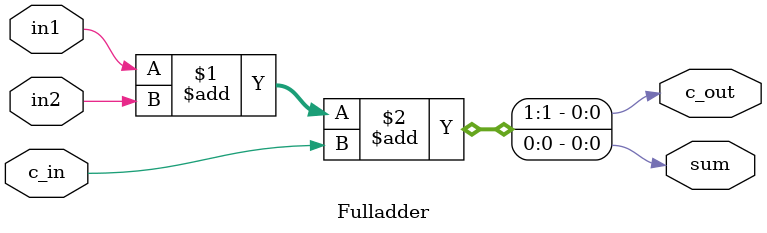
<source format=v>
/*
Module name   : full adder
Author	      : Abdelrahman Hamza

Functionality : A simple full adder which addes 2 bit
*/
module Fulladder (input in1,
                  input in2,
                  input c_in,
                  output c_out,
                  output sum);
   assign {c_out, sum} = in1 + in2 + c_in;
endmodule
</source>
